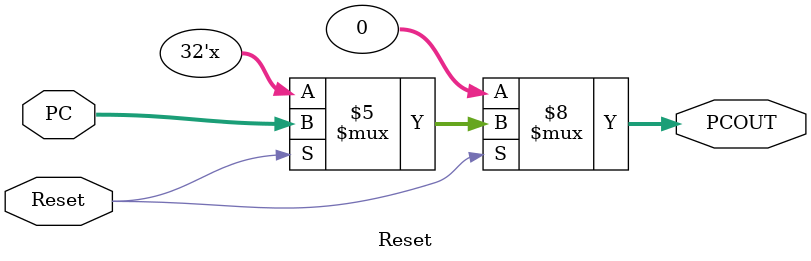
<source format=v>
module Reset(PC,Reset,PCOUT);

input [31:0]PC;
input Reset;
output reg [31:0]PCOUT;

always@(Reset,PC)
begin
if (Reset == 0)
PCOUT<=0;
else if (Reset == 1)
PCOUT<=PC;
else
PCOUT<=32'bxxxxxxxxxxxxxxxxxxxxxxxxxxxxxxxx;
end


endmodule 

</source>
